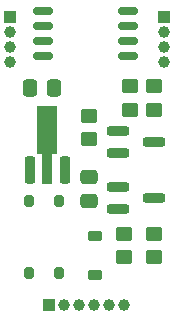
<source format=gbr>
%TF.GenerationSoftware,KiCad,Pcbnew,9.0.6*%
%TF.CreationDate,2025-11-24T18:54:56-06:00*%
%TF.ProjectId,Endor_N_scale_bassic_DCC_decoder_mk1,456e646f-725f-44e5-9f73-63616c655f62,rev?*%
%TF.SameCoordinates,Original*%
%TF.FileFunction,Soldermask,Top*%
%TF.FilePolarity,Negative*%
%FSLAX46Y46*%
G04 Gerber Fmt 4.6, Leading zero omitted, Abs format (unit mm)*
G04 Created by KiCad (PCBNEW 9.0.6) date 2025-11-24 18:54:56*
%MOMM*%
%LPD*%
G01*
G04 APERTURE LIST*
G04 Aperture macros list*
%AMRoundRect*
0 Rectangle with rounded corners*
0 $1 Rounding radius*
0 $2 $3 $4 $5 $6 $7 $8 $9 X,Y pos of 4 corners*
0 Add a 4 corners polygon primitive as box body*
4,1,4,$2,$3,$4,$5,$6,$7,$8,$9,$2,$3,0*
0 Add four circle primitives for the rounded corners*
1,1,$1+$1,$2,$3*
1,1,$1+$1,$4,$5*
1,1,$1+$1,$6,$7*
1,1,$1+$1,$8,$9*
0 Add four rect primitives between the rounded corners*
20,1,$1+$1,$2,$3,$4,$5,0*
20,1,$1+$1,$4,$5,$6,$7,0*
20,1,$1+$1,$6,$7,$8,$9,0*
20,1,$1+$1,$8,$9,$2,$3,0*%
%AMFreePoly0*
4,1,9,5.362500,-0.866500,1.237500,-0.866500,1.237500,-0.450000,-1.237500,-0.450000,-1.237500,0.450000,1.237500,0.450000,1.237500,0.866500,5.362500,0.866500,5.362500,-0.866500,5.362500,-0.866500,$1*%
G04 Aperture macros list end*
%ADD10RoundRect,0.200000X-0.750000X-0.200000X0.750000X-0.200000X0.750000X0.200000X-0.750000X0.200000X0*%
%ADD11RoundRect,0.225000X0.225000X-0.925000X0.225000X0.925000X-0.225000X0.925000X-0.225000X-0.925000X0*%
%ADD12FreePoly0,90.000000*%
%ADD13RoundRect,0.162500X-0.650000X-0.162500X0.650000X-0.162500X0.650000X0.162500X-0.650000X0.162500X0*%
%ADD14RoundRect,0.250000X0.450000X-0.350000X0.450000X0.350000X-0.450000X0.350000X-0.450000X-0.350000X0*%
%ADD15R,1.000000X1.000000*%
%ADD16C,1.000000*%
%ADD17RoundRect,0.225000X0.375000X-0.225000X0.375000X0.225000X-0.375000X0.225000X-0.375000X-0.225000X0*%
%ADD18RoundRect,0.200000X0.200000X-0.300000X0.200000X0.300000X-0.200000X0.300000X-0.200000X-0.300000X0*%
%ADD19RoundRect,0.250000X0.337500X0.475000X-0.337500X0.475000X-0.337500X-0.475000X0.337500X-0.475000X0*%
%ADD20RoundRect,0.250000X0.475000X-0.337500X0.475000X0.337500X-0.475000X0.337500X-0.475000X-0.337500X0*%
G04 APERTURE END LIST*
D10*
%TO.C,Q2*%
X100500000Y-94050000D03*
X100500000Y-95950000D03*
X103500000Y-95000000D03*
%TD*%
%TO.C,Q1*%
X100500000Y-89275000D03*
X100500000Y-91175000D03*
X103500000Y-90225000D03*
%TD*%
D11*
%TO.C,U2*%
X96000000Y-92650000D03*
D12*
X94500000Y-92562500D03*
D11*
X93000000Y-92650000D03*
%TD*%
D13*
%TO.C,U1*%
X94162500Y-79190000D03*
X94162500Y-80460000D03*
X94162500Y-81730000D03*
X94162500Y-83000000D03*
X101337500Y-83000000D03*
X101337500Y-81730000D03*
X101337500Y-80460000D03*
X101337500Y-79190000D03*
%TD*%
D14*
%TO.C,R5*%
X103500000Y-98000000D03*
X103500000Y-100000000D03*
%TD*%
%TO.C,R4*%
X101000000Y-98000000D03*
X101000000Y-100000000D03*
%TD*%
%TO.C,R3*%
X101500000Y-87500000D03*
X101500000Y-85500000D03*
%TD*%
%TO.C,R2*%
X103500000Y-85500000D03*
X103500000Y-87500000D03*
%TD*%
%TO.C,R1*%
X98000000Y-90000000D03*
X98000000Y-88000000D03*
%TD*%
D15*
%TO.C,J3*%
X94650000Y-104000000D03*
D16*
X95920000Y-104000000D03*
X97190000Y-104000000D03*
X98460000Y-104000000D03*
X99730000Y-104000000D03*
X101000000Y-104000000D03*
%TD*%
%TO.C,J2*%
X104337500Y-83500000D03*
X104337500Y-82230000D03*
X104337500Y-80960000D03*
D15*
X104337500Y-79690000D03*
%TD*%
%TO.C,J1*%
X91337500Y-79690000D03*
D16*
X91337500Y-80960000D03*
X91337500Y-82230000D03*
X91337500Y-83500000D03*
%TD*%
D17*
%TO.C,D2*%
X98500000Y-101500000D03*
X98500000Y-98200000D03*
%TD*%
D18*
%TO.C,D1*%
X92960000Y-95200000D03*
X95500000Y-95200000D03*
X95500000Y-101350000D03*
X92960000Y-101350000D03*
%TD*%
D19*
%TO.C,C2*%
X93000000Y-85700000D03*
X95075000Y-85700000D03*
%TD*%
D20*
%TO.C,C1*%
X98000000Y-95275000D03*
X98000000Y-93200000D03*
%TD*%
M02*

</source>
